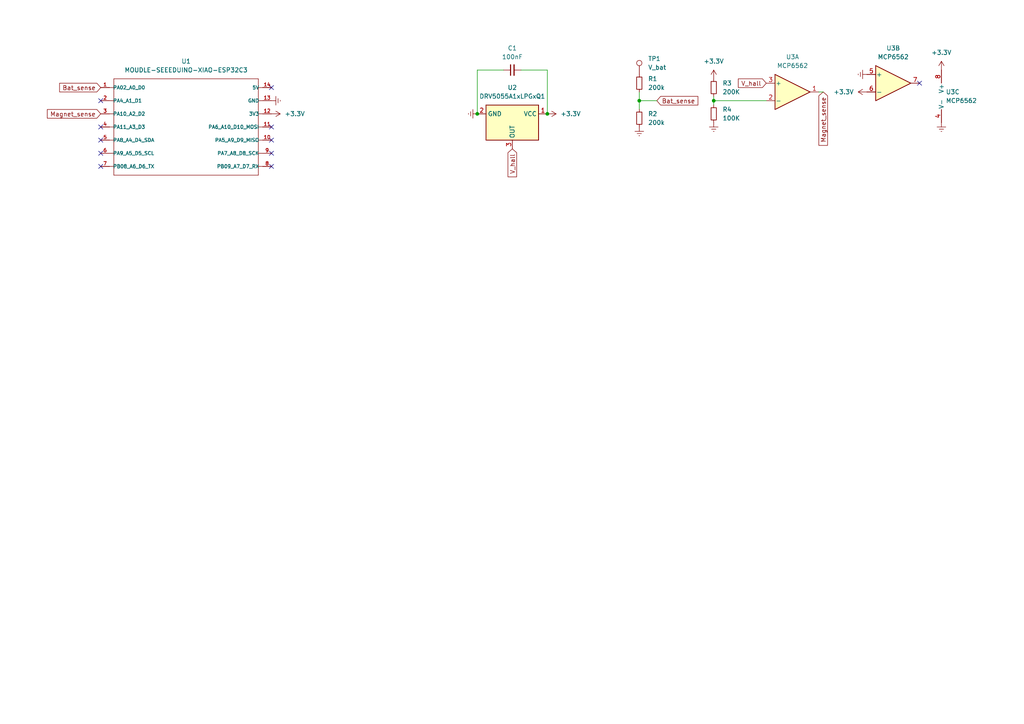
<source format=kicad_sch>
(kicad_sch (version 20230121) (generator eeschema)
  (paper "A4")
  (lib_symbols
    (symbol "Comparator:MCP6562" (pin_names (offset 0.127))
      (property "Reference" "U" (at 3.81 3.81 0))
      (property "Value" "MCP6562" (at 6.35 -3.81 0))
      (symbol "MCP6562_1_1"
        (polyline (pts (xy -5.08 5.08) (xy 5.08 0) (xy -5.08 -5.08) (xy -5.08 5.08)) (stroke (width 0.254)) (fill (type background)))
        (pin output line (at 7.62 0 180) (length 2.54) (name "~") (number "1"))
        (pin input line (at -7.62 -2.54 0) (length 2.54) (name "-") (number "2"))
        (pin input line (at -7.62 2.54 0) (length 2.54) (name "+") (number "3"))
      )
      (symbol "MCP6562_2_1"
        (polyline (pts (xy -5.08 5.08) (xy 5.08 0) (xy -5.08 -5.08) (xy -5.08 5.08)) (stroke (width 0.254)) (fill (type background)))
        (pin input line (at -7.62 2.54 0) (length 2.54) (name "+") (number "5"))
        (pin input line (at -7.62 -2.54 0) (length 2.54) (name "-") (number "6"))
        (pin output line (at 7.62 0 180) (length 2.54) (name "~") (number "7"))
      )
      (symbol "MCP6562_3_1"
        (pin power_in line (at -2.54 -7.62 90) (length 3.81) (name "V-") (number "4"))
        (pin power_in line (at -2.54 7.62 270) (length 3.81) (name "V+") (number "8"))
      )
    )
    (symbol "Connector:TestPoint" (pin_numbers hide) (pin_names (offset 0.762) hide)
      (property "Reference" "TP" (at 0 6.858 0))
      (property "Value" "TestPoint" (at 0 5.08 0))
      (symbol "TestPoint_0_1"
        (circle (center 0 3.302) (radius 0.762))
      )
      (symbol "TestPoint_1_1"
        (pin passive line (at 0 0 90) (length 2.54) (name "1") (number "1"))
      )
    )
    (symbol "Device:C_Small" (pin_numbers hide) (pin_names (offset 0.254) hide)
      (property "Reference" "C" (at 0.254 1.778 0))
      (property "Value" "C_Small" (at 0.254 -2.032 0))
      (symbol "C_Small_0_1"
        (polyline (pts (xy -1.524 -0.508) (xy 1.524 -0.508)) (stroke (width 0.3302)))
        (polyline (pts (xy -1.524 0.508) (xy 1.524 0.508)) (stroke (width 0.3048)))
      )
      (symbol "C_Small_1_1"
        (pin passive line (at 0 2.54 270) (length 2.032) (name "~") (number "1"))
        (pin passive line (at 0 -2.54 90) (length 2.032) (name "~") (number "2"))
      )
    )
    (symbol "Device:R_Small" (pin_numbers hide) (pin_names (offset 0.254) hide)
      (property "Reference" "R" (at 0.762 0.508 0))
      (property "Value" "R_Small" (at 0.762 -1.016 0))
      (symbol "R_Small_0_1"
        (rectangle (start -0.762 1.778) (end 0.762 -1.778) (stroke (width 0.2032)))
      )
      (symbol "R_Small_1_1"
        (pin passive line (at 0 2.54 270) (length 0.762) (name "~") (number "1"))
        (pin passive line (at 0 -2.54 90) (length 0.762) (name "~") (number "2"))
      )
    )
    (symbol "MOUDLE-SEEEDUINO-XIAO-ESP32C3:MOUDLE-SEEEDUINO-XIAO-ESP32C3" (pin_names (offset 1.016))
      (property "Reference" "U" (at -21.59 15.24 0))
      (property "Value" "MOUDLE-SEEEDUINO-XIAO-ESP32C3" (at -21.59 13.97 0))
      (symbol "MOUDLE-SEEEDUINO-XIAO-ESP32C3_0_0"
        (polyline (pts (xy -21.59 -13.97) (xy -21.59 0)) (stroke (width 0.1524)))
        (polyline (pts (xy -21.59 -11.43) (xy -22.86 -11.43)) (stroke (width 0.1524)))
        (polyline (pts (xy -21.59 -7.62) (xy -22.86 -7.62)) (stroke (width 0.1524)))
        (polyline (pts (xy -21.59 -3.81) (xy -22.86 -3.81)) (stroke (width 0.1524)))
        (polyline (pts (xy -21.59 0) (xy -22.86 0)) (stroke (width 0.1524)))
        (polyline (pts (xy -21.59 0) (xy -21.59 3.81)) (stroke (width 0.1524)))
        (polyline (pts (xy -21.59 3.81) (xy -22.86 3.81)) (stroke (width 0.1524)))
        (polyline (pts (xy -21.59 3.81) (xy -21.59 7.62)) (stroke (width 0.1524)))
        (polyline (pts (xy -21.59 7.62) (xy -22.86 7.62)) (stroke (width 0.1524)))
        (polyline (pts (xy -21.59 7.62) (xy -21.59 11.43)) (stroke (width 0.1524)))
        (polyline (pts (xy -21.59 11.43) (xy -22.86 11.43)) (stroke (width 0.1524)))
        (polyline (pts (xy -21.59 11.43) (xy -21.59 13.97)) (stroke (width 0.1524)))
        (polyline (pts (xy -21.59 13.97) (xy 20.32 13.97)) (stroke (width 0.1524)))
        (polyline (pts (xy 20.32 -13.97) (xy -21.59 -13.97)) (stroke (width 0.1524)))
        (polyline (pts (xy 20.32 3.81) (xy 20.32 -13.97)) (stroke (width 0.1524)))
        (polyline (pts (xy 20.32 7.62) (xy 20.32 3.81)) (stroke (width 0.1524)))
        (polyline (pts (xy 20.32 11.43) (xy 20.32 7.62)) (stroke (width 0.1524)))
        (polyline (pts (xy 20.32 13.97) (xy 20.32 11.43)) (stroke (width 0.1524)))
        (polyline (pts (xy 21.59 -11.43) (xy 20.32 -11.43)) (stroke (width 0.1524)))
        (polyline (pts (xy 21.59 -7.62) (xy 20.32 -7.62)) (stroke (width 0.1524)))
        (polyline (pts (xy 21.59 -3.81) (xy 20.32 -3.81)) (stroke (width 0.1524)))
        (polyline (pts (xy 21.59 0) (xy 20.32 0)) (stroke (width 0.1524)))
        (polyline (pts (xy 21.59 3.81) (xy 20.32 3.81)) (stroke (width 0.1524)))
        (polyline (pts (xy 21.59 7.62) (xy 20.32 7.62)) (stroke (width 0.1524)))
        (polyline (pts (xy 21.59 11.43) (xy 20.32 11.43)) (stroke (width 0.1524)))
        (pin bidirectional line (at -25.4 11.43 0) (length 2.54) (name "PA02_A0_D0") (number "1"))
        (pin bidirectional line (at 24.13 -3.81 180) (length 2.54) (name "PA5_A9_D9_MISO") (number "10"))
        (pin bidirectional line (at 24.13 0 180) (length 2.54) (name "PA6_A10_D10_MOSI") (number "11"))
        (pin bidirectional line (at 24.13 3.81 180) (length 2.54) (name "3V3") (number "12"))
        (pin bidirectional line (at 24.13 7.62 180) (length 2.54) (name "GND") (number "13"))
        (pin bidirectional line (at 24.13 11.43 180) (length 2.54) (name "5V") (number "14"))
        (pin bidirectional line (at -25.4 7.62 0) (length 2.54) (name "PA4_A1_D1") (number "2"))
        (pin bidirectional line (at -25.4 3.81 0) (length 2.54) (name "PA10_A2_D2") (number "3"))
        (pin bidirectional line (at -25.4 0 0) (length 2.54) (name "PA11_A3_D3") (number "4"))
        (pin bidirectional line (at -25.4 -3.81 0) (length 2.54) (name "PA8_A4_D4_SDA") (number "5"))
        (pin bidirectional line (at -25.4 -7.62 0) (length 2.54) (name "PA9_A5_D5_SCL") (number "6"))
        (pin bidirectional line (at -25.4 -11.43 0) (length 2.54) (name "PB08_A6_D6_TX") (number "7"))
        (pin bidirectional line (at 24.13 -11.43 180) (length 2.54) (name "PB09_A7_D7_RX") (number "8"))
        (pin bidirectional line (at 24.13 -7.62 180) (length 2.54) (name "PA7_A8_D8_SCK") (number "9"))
      )
    )
    (symbol "Sensor_Magnetic:DRV5055A1xLPGxQ1"
      (property "Reference" "U" (at 5.08 12.7 0))
      (property "Value" "DRV5055A1xLPGxQ1" (at 7.62 10.16 0))
      (symbol "DRV5055A1xLPGxQ1_1_1"
        (rectangle (start -5.08 7.62) (end 5.08 -7.62) (stroke (width 0.254)) (fill (type background)))
        (pin power_in line (at -2.54 10.16 270) (length 2.54) (name "VCC") (number "1"))
        (pin power_in line (at -2.54 -10.16 90) (length 2.54) (name "GND") (number "2"))
        (pin output line (at 7.62 0 180) (length 2.54) (name "OUT") (number "3"))
      )
    )
    (symbol "power:+3.3V" (power) (pin_names (offset 0))
      (property "Value" "+3.3V" (at 0 3.556 0))
      (symbol "+3.3V_0_1"
        (polyline (pts (xy -0.762 1.27) (xy 0 2.54)))
        (polyline (pts (xy 0 0) (xy 0 2.54)))
        (polyline (pts (xy 0 2.54) (xy 0.762 1.27)))
      )
      (symbol "+3.3V_1_1"
        (pin power_in line (at 0 0 90) (length 0) hide (name "+3.3V") (number "1"))
      )
    )
    (symbol "power:Earth" (power) (pin_names (offset 0))
      (symbol "Earth_0_1"
        (polyline (pts (xy -0.635 -1.905) (xy 0.635 -1.905)))
        (polyline (pts (xy -0.127 -2.54) (xy 0.127 -2.54)))
        (polyline (pts (xy 0 -1.27) (xy 0 0)))
        (polyline (pts (xy 1.27 -1.27) (xy -1.27 -1.27)))
      )
      (symbol "Earth_1_1"
        (pin power_in line (at 0 0 270) (length 0) hide (name "Earth") (number "1"))
      )
    )
  )
  (junction (at 185.42 29.21))
  (junction (at 138.43 33.02))
  (junction (at 158.75 33.02))
  (junction (at 207.01 29.21))
  (no_connect (at 266.7 24.13))
  (no_connect (at 29.21 29.21))
  (no_connect (at 29.21 36.83))
  (no_connect (at 78.74 40.64))
  (no_connect (at 78.74 25.4))
  (no_connect (at 29.21 44.45))
  (no_connect (at 78.74 48.26))
  (no_connect (at 78.74 36.83))
  (no_connect (at 29.21 40.64))
  (no_connect (at 29.21 48.26))
  (no_connect (at 78.74 44.45))
  (wire (pts (xy 190.5 29.21) (xy 185.42 29.21)))
  (wire (pts (xy 158.75 33.02) (xy 158.75 20.32)))
  (wire (pts (xy 207.01 29.21) (xy 207.01 30.48)))
  (wire (pts (xy 238.76 26.67) (xy 237.49 26.67)))
  (wire (pts (xy 185.42 29.21) (xy 185.42 26.67)))
  (wire (pts (xy 146.05 20.32) (xy 138.43 20.32)))
  (wire (pts (xy 158.75 20.32) (xy 151.13 20.32)))
  (wire (pts (xy 207.01 29.21) (xy 222.25 29.21)))
  (wire (pts (xy 207.01 27.94) (xy 207.01 29.21)))
  (wire (pts (xy 138.43 20.32) (xy 138.43 33.02)))
  (wire (pts (xy 185.42 29.21) (xy 185.42 31.75)))
  (global_label "Bat_sense" (shape input) (at 29.21 25.4 180) (property "Intersheetrefs" "${INTERSHEET_REFS}" (effects hide)))
  (global_label "Magnet_sense" (shape input) (at 29.21 33.02 180) (property "Intersheetrefs" "${INTERSHEET_REFS}" (effects hide)))
  (global_label "Magnet_sense" (shape input) (at 238.76 26.67 270) (property "Intersheetrefs" "${INTERSHEET_REFS}" (effects hide)))
  (global_label "Bat_sense" (shape input) (at 190.5 29.21 0) (property "Intersheetrefs" "${INTERSHEET_REFS}" (effects hide)))
  (global_label "V_hall" (shape input) (at 148.59 43.18 270) (property "Intersheetrefs" "${INTERSHEET_REFS}" (effects hide)))
  (global_label "V_hall" (shape input) (at 222.25 24.13 180) (property "Intersheetrefs" "${INTERSHEET_REFS}" (effects hide)))
  (symbol (lib_id "power:+3.3V") (at 273.05 20.32 0) (unit 1)
    (property "Reference" "#PWR08" (effects hide))
    (property "Value" "+3.3V" (at 273.05 15.24 0))
  )
  (symbol (lib_id "power:Earth") (at 251.46 21.59 270) (unit 1)
    (property "Reference" "#PWR011" (effects hide))
    (property "Value" "Earth" (effects hide))
  )
  (symbol (lib_id "Device:R_Small") (at 185.42 34.29 0) (unit 1)
    (property "Reference" "R2" (at 187.96 33.02 0) (effects (justify left)))
    (property "Value" "200k" (at 187.96 35.56 0) (effects (justify left)))
    (property "Footprint" "Resistor_SMD:R_0805_2012Metric_Pad1.20x1.40mm_HandSolder" (effects hide))
  )
  (symbol (lib_id "Comparator:MCP6562") (at 229.87 26.67 0) (unit 1)
    (property "Reference" "U3" (at 229.87 16.51 0))
    (property "Value" "MCP6562" (at 229.87 19.05 0))
    (property "Footprint" "Package_DIP:DIP-8_W7.62mm" (effects hide))
    (property "Datasheet" "http://ww1.microchip.com/downloads/en/DeviceDoc/MCP6561-1R-1U-2-4-1.8V-Low-Power-Push-Pull-Output-Comparator-DS20002139E.pdf" (effects hide))
  )
  (symbol (lib_id "power:+3.3V") (at 207.01 22.86 0) (unit 1)
    (property "Reference" "#PWR06" (effects hide))
    (property "Value" "+3.3V" (at 207.01 17.78 0))
  )
  (symbol (lib_id "Device:C_Small") (at 148.59 20.32 90) (unit 1)
    (property "Reference" "C1" (at 148.5963 13.97 90))
    (property "Value" "100nF" (at 148.5963 16.51 90))
    (property "Footprint" "Capacitor_SMD:C_0805_2012Metric_Pad1.18x1.45mm_HandSolder" (effects hide))
  )
  (symbol (lib_id "power:Earth") (at 78.74 29.21 90) (unit 1)
    (property "Reference" "#PWR04" (effects hide))
    (property "Value" "Earth" (effects hide))
  )
  (symbol (lib_id "power:+3.3V") (at 158.75 33.02 270) (unit 1)
    (property "Reference" "#PWR02" (effects hide))
    (property "Value" "+3.3V" (at 162.56 33.02 90) (effects (justify left)))
  )
  (symbol (lib_id "MOUDLE-SEEEDUINO-XIAO-ESP32C3:MOUDLE-SEEEDUINO-XIAO-ESP32C3") (at 54.61 36.83 0) (unit 1)
    (property "Reference" "U1" (at 53.975 17.78 0))
    (property "Value" "MOUDLE-SEEEDUINO-XIAO-ESP32C3" (at 53.975 20.32 0))
    (property "Footprint" "CustomFootprints:MOUDLE14P-SMD-2.54-21X17.8MM_THT" (effects hide))
  )
  (symbol (lib_id "Comparator:MCP6562") (at 275.59 27.94 0) (unit 3)
    (property "Reference" "U3" (at 274.32 26.67 0) (effects (justify left)))
    (property "Value" "MCP6562" (at 274.32 29.21 0) (effects (justify left)))
    (property "Footprint" "Package_DIP:DIP-8_W7.62mm" (effects hide))
    (property "Datasheet" "http://ww1.microchip.com/downloads/en/DeviceDoc/MCP6561-1R-1U-2-4-1.8V-Low-Power-Push-Pull-Output-Comparator-DS20002139E.pdf" (effects hide))
  )
  (symbol (lib_id "Connector:TestPoint") (at 185.42 21.59 0) (unit 1)
    (property "Reference" "TP1" (at 187.96 17.018 0) (effects (justify left)))
    (property "Value" "V_bat" (at 187.96 19.558 0) (effects (justify left)))
    (property "Footprint" "TestPoint:TestPoint_Pad_2.0x2.0mm" (effects hide))
  )
  (symbol (lib_id "power:+3.3V") (at 251.46 26.67 90) (unit 1)
    (property "Reference" "#PWR010" (effects hide))
    (property "Value" "+3.3V" (at 247.65 26.67 90) (effects (justify left)))
  )
  (symbol (lib_id "power:Earth") (at 138.43 33.02 270) (unit 1)
    (property "Reference" "#PWR03" (effects hide))
    (property "Value" "Earth" (effects hide))
  )
  (symbol (lib_id "Device:R_Small") (at 207.01 25.4 0) (unit 1)
    (property "Reference" "R3" (at 209.55 24.13 0) (effects (justify left)))
    (property "Value" "200K" (at 209.55 26.67 0) (effects (justify left)))
    (property "Footprint" "Resistor_SMD:R_0805_2012Metric_Pad1.20x1.40mm_HandSolder" (effects hide))
  )
  (symbol (lib_id "Comparator:MCP6562") (at 259.08 24.13 0) (unit 2)
    (property "Reference" "U3" (at 259.08 13.97 0))
    (property "Value" "MCP6562" (at 259.08 16.51 0))
    (property "Footprint" "Package_DIP:DIP-8_W7.62mm" (effects hide))
    (property "Datasheet" "http://ww1.microchip.com/downloads/en/DeviceDoc/MCP6561-1R-1U-2-4-1.8V-Low-Power-Push-Pull-Output-Comparator-DS20002139E.pdf" (effects hide))
  )
  (symbol (lib_id "power:Earth") (at 185.42 36.83 0) (unit 1)
    (property "Reference" "#PWR05" (effects hide))
    (property "Value" "Earth" (effects hide))
  )
  (symbol (lib_id "Device:R_Small") (at 207.01 33.02 0) (unit 1)
    (property "Reference" "R4" (at 209.55 31.75 0) (effects (justify left)))
    (property "Value" "100K" (at 209.55 34.29 0) (effects (justify left)))
    (property "Footprint" "Resistor_SMD:R_0805_2012Metric_Pad1.20x1.40mm_HandSolder" (effects hide))
  )
  (symbol (lib_id "power:Earth") (at 207.01 35.56 0) (unit 1)
    (property "Reference" "#PWR07" (effects hide))
    (property "Value" "Earth" (effects hide))
  )
  (symbol (lib_id "power:+3.3V") (at 78.74 33.02 270) (unit 1)
    (property "Reference" "#PWR01" (effects hide))
    (property "Value" "+3.3V" (at 82.55 33.02 90) (effects (justify left)))
  )
  (symbol (lib_id "power:Earth") (at 273.05 35.56 0) (unit 1)
    (property "Reference" "#PWR09" (effects hide))
    (property "Value" "Earth" (effects hide))
  )
  (symbol (lib_id "Device:R_Small") (at 185.42 24.13 0) (unit 1)
    (property "Reference" "R1" (at 187.96 22.86 0) (effects (justify left)))
    (property "Value" "200k" (at 187.96 25.4 0) (effects (justify left)))
    (property "Footprint" "Resistor_SMD:R_0805_2012Metric_Pad1.20x1.40mm_HandSolder" (effects hide))
  )
  (symbol (lib_id "Sensor_Magnetic:DRV5055A1xLPGxQ1") (at 148.59 35.56 270) (unit 1)
    (property "Reference" "U2" (at 148.59 25.4 90))
    (property "Value" "DRV5055A1xLPGxQ1" (at 148.59 27.94 90))
    (property "Footprint" "Package_TO_SOT_THT:TO-92_Inline" (effects hide))
    (property "Datasheet" "https://www.ti.com/lit/ds/symlink/drv5055-q1.pdf" (effects hide))
  )
)
</source>
